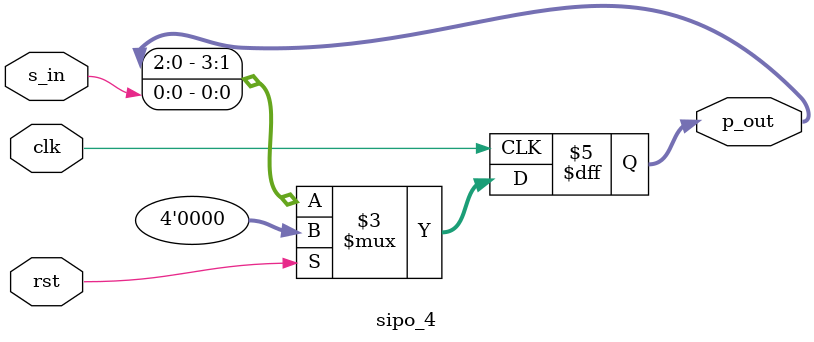
<source format=v>
`timescale 1ns / 1ps
module sipo_4(
    input s_in,
    input rst,
    input clk,
    output reg [3:0]p_out
    );
	 
	 always @ (posedge clk) begin
	  if (rst)
	   p_out<=4'b0000;
	  else
      p_out<={p_out[2:0],s_in};
     end		
endmodule

</source>
